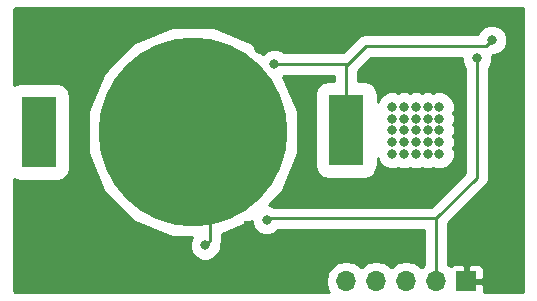
<source format=gbl>
G04 #@! TF.GenerationSoftware,KiCad,Pcbnew,no-vcs-found*
G04 #@! TF.CreationDate,2017-01-06T11:39:05+01:00*
G04 #@! TF.ProjectId,ESP32-HELP-Button-CR2032,45535033322D48454C502D427574746F,rev?*
G04 #@! TF.FileFunction,Copper,L2,Bot,Signal*
G04 #@! TF.FilePolarity,Positive*
%FSLAX46Y46*%
G04 Gerber Fmt 4.6, Leading zero omitted, Abs format (unit mm)*
G04 Created by KiCad (PCBNEW no-vcs-found) date Fri Jan  6 11:39:05 2017*
%MOMM*%
%LPD*%
G01*
G04 APERTURE LIST*
%ADD10C,0.100000*%
%ADD11C,0.600000*%
%ADD12C,16.000000*%
%ADD13R,3.000000X6.000000*%
%ADD14O,1.700000X1.700000*%
%ADD15R,1.700000X1.700000*%
%ADD16C,0.800000*%
%ADD17C,0.250000*%
%ADD18C,0.254000*%
G04 APERTURE END LIST*
D10*
D11*
X69555000Y-38308000D03*
X69555000Y-51770000D03*
X69555000Y-50754000D03*
X69555000Y-49738000D03*
X69555000Y-48722000D03*
X69555000Y-47706000D03*
X69555000Y-46690000D03*
X69555000Y-45674000D03*
X69555000Y-44658000D03*
X69555000Y-43642000D03*
X69555000Y-42626000D03*
X69555000Y-41483000D03*
X69555000Y-40467000D03*
X69555000Y-39451000D03*
X46695000Y-53294000D03*
X53299000Y-55834000D03*
X59903000Y-50627000D03*
D12*
X42067961Y-45473131D03*
D13*
X29067961Y-45473131D03*
X55067961Y-45273131D03*
D14*
X55077000Y-58120000D03*
X57617000Y-58120000D03*
X60157000Y-58120000D03*
X62697000Y-58120000D03*
D15*
X65237000Y-58120000D03*
D16*
X62956000Y-43322000D03*
X61956000Y-43322000D03*
X60956000Y-43322000D03*
X59956000Y-43322000D03*
X58956000Y-43322000D03*
X58956000Y-44322000D03*
X59956000Y-44322000D03*
X60956000Y-44322000D03*
X61956000Y-44322000D03*
X62956000Y-44322000D03*
X62956000Y-46322000D03*
X61956000Y-46322000D03*
X60956000Y-46322000D03*
X59956000Y-46322000D03*
X58956000Y-46322000D03*
X58956000Y-45322000D03*
X59956000Y-45322000D03*
X60956000Y-45322000D03*
X61956000Y-45322000D03*
X62956000Y-45322000D03*
X58956000Y-47322000D03*
X59956000Y-47322000D03*
X60956000Y-47322000D03*
X61956000Y-47322000D03*
X62956000Y-47322000D03*
X43139000Y-55072000D03*
X48981000Y-39705000D03*
X67396000Y-37673000D03*
X48346000Y-52913000D03*
X66126000Y-39197000D03*
X47706347Y-38430347D03*
X47706347Y-36026653D03*
D17*
X43139000Y-55072000D02*
X43538999Y-54672001D01*
X43538999Y-54672001D02*
X43538999Y-46944169D01*
X43538999Y-46944169D02*
X42067961Y-45473131D01*
X55204000Y-39705000D02*
X49546685Y-39705000D01*
X49546685Y-39705000D02*
X48981000Y-39705000D01*
X56728000Y-38181000D02*
X55204000Y-39705000D01*
X56728000Y-38181000D02*
X66888000Y-38181000D01*
X66888000Y-38181000D02*
X67396000Y-37673000D01*
X55067961Y-39841039D02*
X56728000Y-38181000D01*
X55067961Y-45273131D02*
X55067961Y-39841039D01*
X62697000Y-52786000D02*
X48473000Y-52786000D01*
X48473000Y-52786000D02*
X48346000Y-52913000D01*
X66126000Y-49357000D02*
X62697000Y-52786000D01*
X62697000Y-52786000D02*
X62697000Y-58120000D01*
X66126000Y-39197000D02*
X66126000Y-49357000D01*
X47706347Y-38430347D02*
X47706347Y-36026653D01*
D18*
G36*
X70006549Y-34984188D02*
X70012102Y-34987899D01*
X70015812Y-34993451D01*
X70036000Y-35094944D01*
X70036000Y-58905056D01*
X70015812Y-59006549D01*
X70012102Y-59012101D01*
X70006549Y-59015812D01*
X69905056Y-59036000D01*
X66722000Y-59036000D01*
X66722000Y-58405750D01*
X66563250Y-58247000D01*
X65364000Y-58247000D01*
X65364000Y-58267000D01*
X65110000Y-58267000D01*
X65110000Y-58247000D01*
X65090000Y-58247000D01*
X65090000Y-57993000D01*
X65110000Y-57993000D01*
X65110000Y-56793750D01*
X65364000Y-56793750D01*
X65364000Y-57993000D01*
X66563250Y-57993000D01*
X66722000Y-57834250D01*
X66722000Y-57143691D01*
X66625327Y-56910302D01*
X66446699Y-56731673D01*
X66213310Y-56635000D01*
X65522750Y-56635000D01*
X65364000Y-56793750D01*
X65110000Y-56793750D01*
X64951250Y-56635000D01*
X64260690Y-56635000D01*
X64027301Y-56731673D01*
X63912298Y-56846676D01*
X63711000Y-56712173D01*
X63711000Y-53206012D01*
X66843006Y-50074006D01*
X67062814Y-49745041D01*
X67140000Y-49357000D01*
X67140000Y-40006101D01*
X67218124Y-39928113D01*
X67414776Y-39454523D01*
X67415151Y-39024864D01*
X67509084Y-38962099D01*
X67651273Y-38962223D01*
X68125206Y-38766398D01*
X68488124Y-38404113D01*
X68684776Y-37930523D01*
X68685223Y-37417727D01*
X68489398Y-36943794D01*
X68127113Y-36580876D01*
X67653523Y-36384224D01*
X67140727Y-36383777D01*
X66666794Y-36579602D01*
X66303876Y-36941887D01*
X66210401Y-37167000D01*
X56728000Y-37167000D01*
X56339959Y-37244186D01*
X56010994Y-37463993D01*
X54783988Y-38691000D01*
X49790101Y-38691000D01*
X49712113Y-38612876D01*
X49238523Y-38416224D01*
X48725727Y-38415777D01*
X48251794Y-38611602D01*
X48014677Y-38848306D01*
X47109749Y-37941797D01*
X43843850Y-36585677D01*
X40307587Y-36582591D01*
X37039325Y-37933009D01*
X34536627Y-40431343D01*
X33180507Y-43697242D01*
X33177421Y-47233505D01*
X34527839Y-50501767D01*
X37026173Y-53004465D01*
X40292072Y-54360585D01*
X42038064Y-54362109D01*
X41850224Y-54814477D01*
X41849777Y-55327273D01*
X42045602Y-55801206D01*
X42407887Y-56164124D01*
X42881477Y-56360776D01*
X43394273Y-56361223D01*
X43868206Y-56165398D01*
X44231124Y-55803113D01*
X44427776Y-55329523D01*
X44427948Y-55131676D01*
X44475813Y-55060042D01*
X44552999Y-54672001D01*
X44552999Y-54064246D01*
X47056898Y-53029656D01*
X47056777Y-53168273D01*
X47252602Y-53642206D01*
X47614887Y-54005124D01*
X48088477Y-54201776D01*
X48601273Y-54202223D01*
X49075206Y-54006398D01*
X49281965Y-53800000D01*
X61683000Y-53800000D01*
X61683000Y-56712173D01*
X61467341Y-56856272D01*
X61427000Y-56916647D01*
X61386659Y-56856272D01*
X60822486Y-56479304D01*
X60157000Y-56346931D01*
X59491514Y-56479304D01*
X58927341Y-56856272D01*
X58887000Y-56916647D01*
X58846659Y-56856272D01*
X58282486Y-56479304D01*
X57617000Y-56346931D01*
X56951514Y-56479304D01*
X56387341Y-56856272D01*
X56347000Y-56916647D01*
X56306659Y-56856272D01*
X55742486Y-56479304D01*
X55077000Y-56346931D01*
X54411514Y-56479304D01*
X53847341Y-56856272D01*
X53470373Y-57420445D01*
X53338000Y-58085931D01*
X53338000Y-58154069D01*
X53470373Y-58819555D01*
X53614997Y-59036000D01*
X27094944Y-59036000D01*
X26993451Y-59015812D01*
X26987899Y-59012102D01*
X26984188Y-59006549D01*
X26964000Y-58905056D01*
X26964000Y-49425009D01*
X27128228Y-49534742D01*
X27567961Y-49622210D01*
X30567961Y-49622210D01*
X31007694Y-49534742D01*
X31380483Y-49285653D01*
X31629572Y-48912864D01*
X31717040Y-48473131D01*
X31717040Y-42473131D01*
X31629572Y-42033398D01*
X31380483Y-41660609D01*
X31007694Y-41411520D01*
X30567961Y-41324052D01*
X27567961Y-41324052D01*
X27128228Y-41411520D01*
X26964000Y-41521253D01*
X26964000Y-35094944D01*
X26984188Y-34993451D01*
X26987899Y-34987898D01*
X26993451Y-34984188D01*
X27094944Y-34964000D01*
X69905056Y-34964000D01*
X70006549Y-34984188D01*
X70006549Y-34984188D01*
G37*
X70006549Y-34984188D02*
X70012102Y-34987899D01*
X70015812Y-34993451D01*
X70036000Y-35094944D01*
X70036000Y-58905056D01*
X70015812Y-59006549D01*
X70012102Y-59012101D01*
X70006549Y-59015812D01*
X69905056Y-59036000D01*
X66722000Y-59036000D01*
X66722000Y-58405750D01*
X66563250Y-58247000D01*
X65364000Y-58247000D01*
X65364000Y-58267000D01*
X65110000Y-58267000D01*
X65110000Y-58247000D01*
X65090000Y-58247000D01*
X65090000Y-57993000D01*
X65110000Y-57993000D01*
X65110000Y-56793750D01*
X65364000Y-56793750D01*
X65364000Y-57993000D01*
X66563250Y-57993000D01*
X66722000Y-57834250D01*
X66722000Y-57143691D01*
X66625327Y-56910302D01*
X66446699Y-56731673D01*
X66213310Y-56635000D01*
X65522750Y-56635000D01*
X65364000Y-56793750D01*
X65110000Y-56793750D01*
X64951250Y-56635000D01*
X64260690Y-56635000D01*
X64027301Y-56731673D01*
X63912298Y-56846676D01*
X63711000Y-56712173D01*
X63711000Y-53206012D01*
X66843006Y-50074006D01*
X67062814Y-49745041D01*
X67140000Y-49357000D01*
X67140000Y-40006101D01*
X67218124Y-39928113D01*
X67414776Y-39454523D01*
X67415151Y-39024864D01*
X67509084Y-38962099D01*
X67651273Y-38962223D01*
X68125206Y-38766398D01*
X68488124Y-38404113D01*
X68684776Y-37930523D01*
X68685223Y-37417727D01*
X68489398Y-36943794D01*
X68127113Y-36580876D01*
X67653523Y-36384224D01*
X67140727Y-36383777D01*
X66666794Y-36579602D01*
X66303876Y-36941887D01*
X66210401Y-37167000D01*
X56728000Y-37167000D01*
X56339959Y-37244186D01*
X56010994Y-37463993D01*
X54783988Y-38691000D01*
X49790101Y-38691000D01*
X49712113Y-38612876D01*
X49238523Y-38416224D01*
X48725727Y-38415777D01*
X48251794Y-38611602D01*
X48014677Y-38848306D01*
X47109749Y-37941797D01*
X43843850Y-36585677D01*
X40307587Y-36582591D01*
X37039325Y-37933009D01*
X34536627Y-40431343D01*
X33180507Y-43697242D01*
X33177421Y-47233505D01*
X34527839Y-50501767D01*
X37026173Y-53004465D01*
X40292072Y-54360585D01*
X42038064Y-54362109D01*
X41850224Y-54814477D01*
X41849777Y-55327273D01*
X42045602Y-55801206D01*
X42407887Y-56164124D01*
X42881477Y-56360776D01*
X43394273Y-56361223D01*
X43868206Y-56165398D01*
X44231124Y-55803113D01*
X44427776Y-55329523D01*
X44427948Y-55131676D01*
X44475813Y-55060042D01*
X44552999Y-54672001D01*
X44552999Y-54064246D01*
X47056898Y-53029656D01*
X47056777Y-53168273D01*
X47252602Y-53642206D01*
X47614887Y-54005124D01*
X48088477Y-54201776D01*
X48601273Y-54202223D01*
X49075206Y-54006398D01*
X49281965Y-53800000D01*
X61683000Y-53800000D01*
X61683000Y-56712173D01*
X61467341Y-56856272D01*
X61427000Y-56916647D01*
X61386659Y-56856272D01*
X60822486Y-56479304D01*
X60157000Y-56346931D01*
X59491514Y-56479304D01*
X58927341Y-56856272D01*
X58887000Y-56916647D01*
X58846659Y-56856272D01*
X58282486Y-56479304D01*
X57617000Y-56346931D01*
X56951514Y-56479304D01*
X56387341Y-56856272D01*
X56347000Y-56916647D01*
X56306659Y-56856272D01*
X55742486Y-56479304D01*
X55077000Y-56346931D01*
X54411514Y-56479304D01*
X53847341Y-56856272D01*
X53470373Y-57420445D01*
X53338000Y-58085931D01*
X53338000Y-58154069D01*
X53470373Y-58819555D01*
X53614997Y-59036000D01*
X27094944Y-59036000D01*
X26993451Y-59015812D01*
X26987899Y-59012102D01*
X26984188Y-59006549D01*
X26964000Y-58905056D01*
X26964000Y-49425009D01*
X27128228Y-49534742D01*
X27567961Y-49622210D01*
X30567961Y-49622210D01*
X31007694Y-49534742D01*
X31380483Y-49285653D01*
X31629572Y-48912864D01*
X31717040Y-48473131D01*
X31717040Y-42473131D01*
X31629572Y-42033398D01*
X31380483Y-41660609D01*
X31007694Y-41411520D01*
X30567961Y-41324052D01*
X27567961Y-41324052D01*
X27128228Y-41411520D01*
X26964000Y-41521253D01*
X26964000Y-35094944D01*
X26984188Y-34993451D01*
X26987899Y-34987898D01*
X26993451Y-34984188D01*
X27094944Y-34964000D01*
X69905056Y-34964000D01*
X70006549Y-34984188D01*
G36*
X64836777Y-39452273D02*
X65032602Y-39926206D01*
X65112000Y-40005743D01*
X65112000Y-48936988D01*
X62276988Y-51772000D01*
X48959407Y-51772000D01*
X48603523Y-51624224D01*
X48488153Y-51624123D01*
X49599295Y-50514919D01*
X50955415Y-47249020D01*
X50958501Y-43712757D01*
X49741433Y-40767226D01*
X49789743Y-40719000D01*
X54053961Y-40719000D01*
X54053961Y-41124052D01*
X53567961Y-41124052D01*
X53128228Y-41211520D01*
X52755439Y-41460609D01*
X52506350Y-41833398D01*
X52418882Y-42273131D01*
X52418882Y-48273131D01*
X52506350Y-48712864D01*
X52755439Y-49085653D01*
X53128228Y-49334742D01*
X53567961Y-49422210D01*
X56567961Y-49422210D01*
X57007694Y-49334742D01*
X57380483Y-49085653D01*
X57629572Y-48712864D01*
X57717040Y-48273131D01*
X57717040Y-47698919D01*
X57862602Y-48051206D01*
X58224887Y-48414124D01*
X58698477Y-48610776D01*
X59211273Y-48611223D01*
X59456016Y-48510097D01*
X59698477Y-48610776D01*
X60211273Y-48611223D01*
X60456016Y-48510097D01*
X60698477Y-48610776D01*
X61211273Y-48611223D01*
X61456016Y-48510097D01*
X61698477Y-48610776D01*
X62211273Y-48611223D01*
X62456016Y-48510097D01*
X62698477Y-48610776D01*
X63211273Y-48611223D01*
X63685206Y-48415398D01*
X64048124Y-48053113D01*
X64244776Y-47579523D01*
X64245223Y-47066727D01*
X64144097Y-46821984D01*
X64244776Y-46579523D01*
X64245223Y-46066727D01*
X64144097Y-45821984D01*
X64244776Y-45579523D01*
X64245223Y-45066727D01*
X64144097Y-44821984D01*
X64244776Y-44579523D01*
X64245223Y-44066727D01*
X64144097Y-43821984D01*
X64244776Y-43579523D01*
X64245223Y-43066727D01*
X64049398Y-42592794D01*
X63687113Y-42229876D01*
X63213523Y-42033224D01*
X62700727Y-42032777D01*
X62455984Y-42133903D01*
X62213523Y-42033224D01*
X61700727Y-42032777D01*
X61455984Y-42133903D01*
X61213523Y-42033224D01*
X60700727Y-42032777D01*
X60455984Y-42133903D01*
X60213523Y-42033224D01*
X59700727Y-42032777D01*
X59455984Y-42133903D01*
X59213523Y-42033224D01*
X58700727Y-42032777D01*
X58226794Y-42228602D01*
X57863876Y-42590887D01*
X57717040Y-42944507D01*
X57717040Y-42273131D01*
X57629572Y-41833398D01*
X57380483Y-41460609D01*
X57007694Y-41211520D01*
X56567961Y-41124052D01*
X56081961Y-41124052D01*
X56081961Y-40261051D01*
X57148013Y-39195000D01*
X64837001Y-39195000D01*
X64836777Y-39452273D01*
X64836777Y-39452273D01*
G37*
X64836777Y-39452273D02*
X65032602Y-39926206D01*
X65112000Y-40005743D01*
X65112000Y-48936988D01*
X62276988Y-51772000D01*
X48959407Y-51772000D01*
X48603523Y-51624224D01*
X48488153Y-51624123D01*
X49599295Y-50514919D01*
X50955415Y-47249020D01*
X50958501Y-43712757D01*
X49741433Y-40767226D01*
X49789743Y-40719000D01*
X54053961Y-40719000D01*
X54053961Y-41124052D01*
X53567961Y-41124052D01*
X53128228Y-41211520D01*
X52755439Y-41460609D01*
X52506350Y-41833398D01*
X52418882Y-42273131D01*
X52418882Y-48273131D01*
X52506350Y-48712864D01*
X52755439Y-49085653D01*
X53128228Y-49334742D01*
X53567961Y-49422210D01*
X56567961Y-49422210D01*
X57007694Y-49334742D01*
X57380483Y-49085653D01*
X57629572Y-48712864D01*
X57717040Y-48273131D01*
X57717040Y-47698919D01*
X57862602Y-48051206D01*
X58224887Y-48414124D01*
X58698477Y-48610776D01*
X59211273Y-48611223D01*
X59456016Y-48510097D01*
X59698477Y-48610776D01*
X60211273Y-48611223D01*
X60456016Y-48510097D01*
X60698477Y-48610776D01*
X61211273Y-48611223D01*
X61456016Y-48510097D01*
X61698477Y-48610776D01*
X62211273Y-48611223D01*
X62456016Y-48510097D01*
X62698477Y-48610776D01*
X63211273Y-48611223D01*
X63685206Y-48415398D01*
X64048124Y-48053113D01*
X64244776Y-47579523D01*
X64245223Y-47066727D01*
X64144097Y-46821984D01*
X64244776Y-46579523D01*
X64245223Y-46066727D01*
X64144097Y-45821984D01*
X64244776Y-45579523D01*
X64245223Y-45066727D01*
X64144097Y-44821984D01*
X64244776Y-44579523D01*
X64245223Y-44066727D01*
X64144097Y-43821984D01*
X64244776Y-43579523D01*
X64245223Y-43066727D01*
X64049398Y-42592794D01*
X63687113Y-42229876D01*
X63213523Y-42033224D01*
X62700727Y-42032777D01*
X62455984Y-42133903D01*
X62213523Y-42033224D01*
X61700727Y-42032777D01*
X61455984Y-42133903D01*
X61213523Y-42033224D01*
X60700727Y-42032777D01*
X60455984Y-42133903D01*
X60213523Y-42033224D01*
X59700727Y-42032777D01*
X59455984Y-42133903D01*
X59213523Y-42033224D01*
X58700727Y-42032777D01*
X58226794Y-42228602D01*
X57863876Y-42590887D01*
X57717040Y-42944507D01*
X57717040Y-42273131D01*
X57629572Y-41833398D01*
X57380483Y-41460609D01*
X57007694Y-41211520D01*
X56567961Y-41124052D01*
X56081961Y-41124052D01*
X56081961Y-40261051D01*
X57148013Y-39195000D01*
X64837001Y-39195000D01*
X64836777Y-39452273D01*
M02*

</source>
